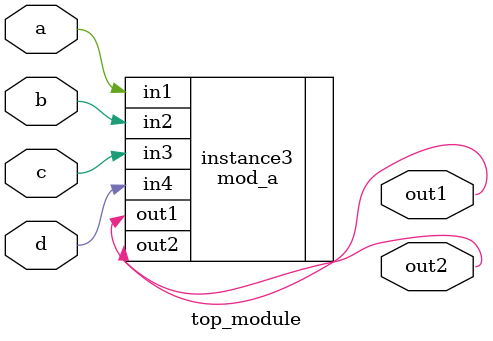
<source format=v>

 module top_module ( 
    input a, 
    input b, 
    input c,
    input d,
    output out1,
    output out2);

    mod_a instance3 (.out1(out1),.out2(out2),.in1(a),.in2(b),.in3(c),.in4(d));

 endmodule
</source>
